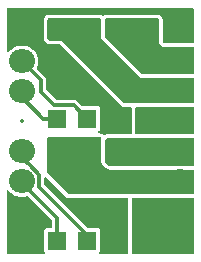
<source format=gbr>
%TF.GenerationSoftware,KiCad,Pcbnew,8.0.4*%
%TF.CreationDate,2024-09-19T15:03:18-03:00*%
%TF.ProjectId,PCBWay-Module_TA6586,50434257-6179-42d4-9d6f-64756c655f54,rev?*%
%TF.SameCoordinates,Original*%
%TF.FileFunction,Copper,L1,Top*%
%TF.FilePolarity,Positive*%
%FSLAX46Y46*%
G04 Gerber Fmt 4.6, Leading zero omitted, Abs format (unit mm)*
G04 Created by KiCad (PCBNEW 8.0.4) date 2024-09-19 15:03:18*
%MOMM*%
%LPD*%
G01*
G04 APERTURE LIST*
G04 Aperture macros list*
%AMRoundRect*
0 Rectangle with rounded corners*
0 $1 Rounding radius*
0 $2 $3 $4 $5 $6 $7 $8 $9 X,Y pos of 4 corners*
0 Add a 4 corners polygon primitive as box body*
4,1,4,$2,$3,$4,$5,$6,$7,$8,$9,$2,$3,0*
0 Add four circle primitives for the rounded corners*
1,1,$1+$1,$2,$3*
1,1,$1+$1,$4,$5*
1,1,$1+$1,$6,$7*
1,1,$1+$1,$8,$9*
0 Add four rect primitives between the rounded corners*
20,1,$1+$1,$2,$3,$4,$5,0*
20,1,$1+$1,$4,$5,$6,$7,0*
20,1,$1+$1,$6,$7,$8,$9,0*
20,1,$1+$1,$8,$9,$2,$3,0*%
G04 Aperture macros list end*
%TA.AperFunction,SMDPad,CuDef*%
%ADD10R,1.600000X1.600000*%
%TD*%
%TA.AperFunction,ComponentPad*%
%ADD11RoundRect,0.250000X0.850000X0.750000X-0.850000X0.750000X-0.850000X-0.750000X0.850000X-0.750000X0*%
%TD*%
%TA.AperFunction,ComponentPad*%
%ADD12O,2.200000X2.000000*%
%TD*%
%TA.AperFunction,ViaPad*%
%ADD13C,0.600000*%
%TD*%
%TA.AperFunction,Conductor*%
%ADD14C,0.304800*%
%TD*%
%ADD15C,0.300000*%
%ADD16C,0.350000*%
G04 APERTURE END LIST*
D10*
%TO.P,U1,1,IN1*%
%TO.N,/IN_A1*%
X142980000Y-87220000D03*
%TO.P,U1,2,IN2*%
%TO.N,/IN_A2*%
X145520000Y-87220000D03*
%TO.P,U1,3,GND*%
%TO.N,GND*%
X148060000Y-87220000D03*
%TO.P,U1,4,VM*%
%TO.N,/VM*%
X150600000Y-87220000D03*
%TO.P,U1,5,OUT1*%
%TO.N,/OUT_A1*%
X150600000Y-79600000D03*
%TO.P,U1,6,OUT1*%
X148060000Y-79600000D03*
%TO.P,U1,7,OUT2*%
%TO.N,/OUT_A2*%
X145520000Y-79600000D03*
%TO.P,U1,8,OUT2*%
X142980000Y-79600000D03*
%TD*%
%TO.P,U2,1,IN1*%
%TO.N,/IN_B1*%
X142980000Y-76900000D03*
%TO.P,U2,2,IN2*%
%TO.N,/IN_B2*%
X145520000Y-76900000D03*
%TO.P,U2,3,GND*%
%TO.N,GND*%
X148060000Y-76900000D03*
%TO.P,U2,4,VM*%
%TO.N,/VM*%
X150600000Y-76900000D03*
%TO.P,U2,5,OUT1*%
%TO.N,/OUT_B1*%
X150600000Y-69280000D03*
%TO.P,U2,6,OUT1*%
X148060000Y-69280000D03*
%TO.P,U2,7,OUT2*%
%TO.N,/OUT_B2*%
X145520000Y-69280000D03*
%TO.P,U2,8,OUT2*%
X142980000Y-69280000D03*
%TD*%
D11*
%TO.P,J1,1,Pin_1*%
%TO.N,GND*%
X140000000Y-69500000D03*
D12*
%TO.P,J1,2,Pin_2*%
%TO.N,/IN_B2*%
X140000000Y-72040000D03*
%TO.P,J1,3,Pin_3*%
%TO.N,/IN_B1*%
X140000000Y-74580000D03*
%TO.P,J1,5,Pin_5*%
%TO.N,/IN_A2*%
X140000000Y-79660000D03*
%TO.P,J1,6,Pin_6*%
%TO.N,/IN_A1*%
X140000000Y-82200000D03*
%TO.P,J1,7,Pin_7*%
%TO.N,GND*%
X140000000Y-84740000D03*
%TD*%
D11*
%TO.P,J2,1,Pin_1*%
%TO.N,GND*%
X153400000Y-69500000D03*
D12*
%TO.P,J2,2,Pin_2*%
%TO.N,/OUT_B1*%
X153400000Y-72040000D03*
%TO.P,J2,3,Pin_3*%
%TO.N,/OUT_B2*%
X153400000Y-74580000D03*
%TO.P,J2,4,Pin_4*%
%TO.N,/VM*%
X153400000Y-77120000D03*
%TO.P,J2,5,Pin_5*%
%TO.N,/OUT_A1*%
X153400000Y-79660000D03*
%TO.P,J2,6,Pin_6*%
%TO.N,/OUT_A2*%
X153400000Y-82200000D03*
%TO.P,J2,7,Pin_7*%
%TO.N,/VM*%
X153400000Y-84740000D03*
%TD*%
D13*
%TO.N,/OUT_B2*%
X145600000Y-70850000D03*
X142950000Y-69300000D03*
X144225000Y-69300000D03*
X149500000Y-74500000D03*
X146500000Y-71750000D03*
X150900000Y-74550000D03*
X145500000Y-69300000D03*
X147450000Y-72650000D03*
X148500000Y-73700000D03*
%TO.N,/OUT_B1*%
X148050000Y-69300000D03*
X150600000Y-69300000D03*
X150950000Y-71900000D03*
X149800000Y-70800000D03*
X149325000Y-69300000D03*
%TO.N,/OUT_A1*%
X148050000Y-79600000D03*
X149325000Y-79600000D03*
X150600000Y-79600000D03*
%TO.N,/OUT_A2*%
X151550000Y-82150000D03*
X145500000Y-79600000D03*
X147350000Y-82150000D03*
X149600000Y-82150000D03*
X144600000Y-82150000D03*
X142950000Y-79600000D03*
X142950000Y-81050000D03*
X145500000Y-81050000D03*
X144225000Y-79600000D03*
%TO.N,GND*%
X146100000Y-84250000D03*
X141350000Y-86650000D03*
X143150000Y-71600000D03*
X143950000Y-74450000D03*
X146050000Y-74450000D03*
X148060000Y-76900000D03*
X144950000Y-75250000D03*
X148050000Y-85550000D03*
X141950000Y-72500000D03*
X144050000Y-72500000D03*
X145000000Y-73400000D03*
X147050000Y-75250000D03*
X141350000Y-87650000D03*
X142900000Y-73400000D03*
X139350000Y-86650000D03*
X139350000Y-87650000D03*
X141650000Y-70900000D03*
X140350000Y-86650000D03*
X148060000Y-87220000D03*
X148050000Y-84250000D03*
X146100000Y-85550000D03*
X140350000Y-87650000D03*
%TO.N,/VM*%
X153750000Y-86600000D03*
X151800000Y-87900000D03*
X151850000Y-76900000D03*
X151800000Y-86600000D03*
X153750000Y-87900000D03*
X151800000Y-85550000D03*
X151800000Y-84250000D03*
X150600000Y-76900000D03*
X149850000Y-85550000D03*
X150600000Y-87220000D03*
X149850000Y-84250000D03*
%TD*%
D14*
%TO.N,/IN_B1*%
X141800000Y-76900000D02*
X142980000Y-76900000D01*
X140000000Y-75100000D02*
X141800000Y-76900000D01*
X140000000Y-74580000D02*
X140000000Y-75100000D01*
%TO.N,/IN_A2*%
X140647600Y-80847600D02*
X140660182Y-80847600D01*
X140660182Y-80847600D02*
X141452400Y-81639818D01*
X140000000Y-79660000D02*
X140000000Y-80200000D01*
X141452400Y-81639818D02*
X141452400Y-82652400D01*
X140000000Y-80200000D02*
X140647600Y-80847600D01*
X141452400Y-82652400D02*
X145520000Y-86720000D01*
%TO.N,/IN_A1*%
X140000000Y-82300000D02*
X142980000Y-85280000D01*
X142980000Y-85280000D02*
X142980000Y-87220000D01*
X140000000Y-82200000D02*
X140000000Y-82300000D01*
%TO.N,/IN_B2*%
X142747600Y-75747600D02*
X144367600Y-75747600D01*
X144367600Y-75747600D02*
X145520000Y-76900000D01*
X140000000Y-72040000D02*
X141600000Y-73640000D01*
X141600000Y-73640000D02*
X141600000Y-74600000D01*
X141600000Y-74600000D02*
X142747600Y-75747600D01*
%TD*%
%TA.AperFunction,Conductor*%
%TO.N,/VM*%
G36*
X154558691Y-83624407D02*
G01*
X154594655Y-83673907D01*
X154599500Y-83704500D01*
X154599500Y-88250500D01*
X154580593Y-88308691D01*
X154531093Y-88344655D01*
X154500500Y-88349500D01*
X149399000Y-88349500D01*
X149340809Y-88330593D01*
X149304845Y-88281093D01*
X149300000Y-88250500D01*
X149300000Y-83704500D01*
X149318907Y-83646309D01*
X149368407Y-83610345D01*
X149399000Y-83605500D01*
X154500500Y-83605500D01*
X154558691Y-83624407D01*
G37*
%TD.AperFunction*%
%TD*%
%TA.AperFunction,Conductor*%
%TO.N,/OUT_A1*%
G36*
X154558691Y-78518907D02*
G01*
X154594655Y-78568407D01*
X154599500Y-78599000D01*
X154599500Y-80801000D01*
X154580593Y-80859191D01*
X154531093Y-80895155D01*
X154500500Y-80900000D01*
X153612599Y-80900000D01*
X153604836Y-80899695D01*
X153602357Y-80899500D01*
X153602352Y-80899500D01*
X153197648Y-80899500D01*
X153197643Y-80899500D01*
X153195164Y-80899695D01*
X153187401Y-80900000D01*
X147441008Y-80900000D01*
X147382817Y-80881093D01*
X147371004Y-80871004D01*
X147028996Y-80528996D01*
X147001219Y-80474479D01*
X147000000Y-80458992D01*
X147000000Y-78741008D01*
X147018907Y-78682817D01*
X147028996Y-78671004D01*
X147171004Y-78528996D01*
X147225521Y-78501219D01*
X147241008Y-78500000D01*
X154500500Y-78500000D01*
X154558691Y-78518907D01*
G37*
%TD.AperFunction*%
%TD*%
%TA.AperFunction,Conductor*%
%TO.N,/OUT_B1*%
G36*
X151559191Y-68418907D02*
G01*
X151595155Y-68468407D01*
X151600000Y-68499000D01*
X151600000Y-70500000D01*
X151900000Y-70800000D01*
X152496809Y-70800000D01*
X152503933Y-70800426D01*
X152503940Y-70800323D01*
X152506895Y-70800499D01*
X152506898Y-70800500D01*
X152506901Y-70800500D01*
X154293099Y-70800500D01*
X154293102Y-70800500D01*
X154293104Y-70800499D01*
X154296060Y-70800323D01*
X154296066Y-70800426D01*
X154303191Y-70800000D01*
X154500500Y-70800000D01*
X154558691Y-70818907D01*
X154594655Y-70868407D01*
X154599500Y-70899000D01*
X154599500Y-73045500D01*
X154580593Y-73103691D01*
X154531093Y-73139655D01*
X154500500Y-73144500D01*
X150235508Y-73144500D01*
X150177317Y-73125593D01*
X150165504Y-73115504D01*
X147078996Y-70028996D01*
X147051219Y-69974479D01*
X147050000Y-69958992D01*
X147050000Y-68499000D01*
X147068907Y-68440809D01*
X147118407Y-68404845D01*
X147149000Y-68400000D01*
X151501000Y-68400000D01*
X151559191Y-68418907D01*
G37*
%TD.AperFunction*%
%TD*%
%TA.AperFunction,Conductor*%
%TO.N,/OUT_B2*%
G36*
X146659191Y-68418907D02*
G01*
X146695155Y-68468407D01*
X146700000Y-68499000D01*
X146700000Y-70100000D01*
X150050000Y-73450000D01*
X154500500Y-73450000D01*
X154558691Y-73468907D01*
X154594655Y-73518407D01*
X154599500Y-73549000D01*
X154599500Y-75501000D01*
X154580593Y-75559191D01*
X154531093Y-75595155D01*
X154500500Y-75600000D01*
X148741008Y-75600000D01*
X148682817Y-75581093D01*
X148671004Y-75571004D01*
X146550000Y-73450000D01*
X143400000Y-70300000D01*
X143399999Y-70300000D01*
X142391008Y-70300000D01*
X142332817Y-70281093D01*
X142321004Y-70271004D01*
X142178996Y-70128996D01*
X142151219Y-70074479D01*
X142150000Y-70058992D01*
X142150000Y-68499000D01*
X142168907Y-68440809D01*
X142218407Y-68404845D01*
X142249000Y-68400000D01*
X146601000Y-68400000D01*
X146659191Y-68418907D01*
G37*
%TD.AperFunction*%
%TD*%
%TA.AperFunction,Conductor*%
%TO.N,/VM*%
G36*
X154558691Y-75924407D02*
G01*
X154594655Y-75973907D01*
X154599500Y-76004500D01*
X154599500Y-78095500D01*
X154580593Y-78153691D01*
X154531093Y-78189655D01*
X154500500Y-78194500D01*
X149699000Y-78194500D01*
X149640809Y-78175593D01*
X149604845Y-78126093D01*
X149600000Y-78095500D01*
X149600000Y-76004500D01*
X149618907Y-75946309D01*
X149668407Y-75910345D01*
X149699000Y-75905500D01*
X154500500Y-75905500D01*
X154558691Y-75924407D01*
G37*
%TD.AperFunction*%
%TD*%
%TA.AperFunction,Conductor*%
%TO.N,/OUT_A2*%
G36*
X146695734Y-78468907D02*
G01*
X146731698Y-78518407D01*
X146731698Y-78579593D01*
X146728474Y-78588148D01*
X146728357Y-78588419D01*
X146709451Y-78646603D01*
X146694500Y-78741004D01*
X146694500Y-80458981D01*
X146695442Y-80482969D01*
X146696664Y-80498494D01*
X146697294Y-80505472D01*
X146729015Y-80613170D01*
X146756792Y-80667687D01*
X146782662Y-80703294D01*
X146812970Y-80745011D01*
X146812972Y-80745013D01*
X146812975Y-80745017D01*
X147154983Y-81087025D01*
X147172601Y-81103311D01*
X147184414Y-81113400D01*
X147189831Y-81117919D01*
X147189837Y-81117922D01*
X147189842Y-81117926D01*
X147288409Y-81171639D01*
X147288411Y-81171640D01*
X147346604Y-81190548D01*
X147346601Y-81190548D01*
X147441005Y-81205500D01*
X147441008Y-81205500D01*
X153187396Y-81205500D01*
X153187401Y-81205500D01*
X153199395Y-81205264D01*
X153204180Y-81205076D01*
X153208066Y-81205000D01*
X153591934Y-81205000D01*
X153595820Y-81205076D01*
X153600605Y-81205264D01*
X153612599Y-81205500D01*
X153612604Y-81205500D01*
X154500500Y-81205500D01*
X154558691Y-81224407D01*
X154594655Y-81273907D01*
X154599500Y-81304500D01*
X154599500Y-83201000D01*
X154580593Y-83259191D01*
X154531093Y-83295155D01*
X154500500Y-83300000D01*
X143991008Y-83300000D01*
X143932817Y-83281093D01*
X143921004Y-83271004D01*
X142178996Y-81528996D01*
X142151219Y-81474479D01*
X142150000Y-81458992D01*
X142150000Y-78549000D01*
X142168907Y-78490809D01*
X142218407Y-78454845D01*
X142249000Y-78450000D01*
X146637543Y-78450000D01*
X146695734Y-78468907D01*
G37*
%TD.AperFunction*%
%TD*%
%TA.AperFunction,Conductor*%
%TO.N,GND*%
G36*
X138879591Y-83008070D02*
G01*
X138879593Y-83008073D01*
X138908029Y-83047213D01*
X138908031Y-83047215D01*
X138908034Y-83047219D01*
X139052781Y-83191966D01*
X139052784Y-83191968D01*
X139052786Y-83191970D01*
X139218386Y-83312285D01*
X139218390Y-83312287D01*
X139400781Y-83405220D01*
X139595466Y-83468477D01*
X139595467Y-83468477D01*
X139595470Y-83468478D01*
X139797645Y-83500500D01*
X139797648Y-83500500D01*
X140202355Y-83500500D01*
X140404530Y-83468478D01*
X140404530Y-83468477D01*
X140404534Y-83468477D01*
X140440006Y-83456950D01*
X140501188Y-83456948D01*
X140540603Y-83481100D01*
X142498104Y-85438601D01*
X142525881Y-85493118D01*
X142527100Y-85508605D01*
X142527100Y-86020500D01*
X142508193Y-86078691D01*
X142458693Y-86114655D01*
X142428100Y-86119500D01*
X142135139Y-86119500D01*
X142135136Y-86119501D01*
X142110009Y-86122414D01*
X142007235Y-86167794D01*
X141927794Y-86247235D01*
X141882414Y-86350011D01*
X141879500Y-86375130D01*
X141879500Y-88064860D01*
X141879501Y-88064863D01*
X141882414Y-88089990D01*
X141905104Y-88141378D01*
X141927794Y-88192765D01*
X141927795Y-88192766D01*
X141929019Y-88194553D01*
X141929890Y-88197511D01*
X141931500Y-88201157D01*
X141931025Y-88201366D01*
X141946305Y-88253246D01*
X141925791Y-88310890D01*
X141875312Y-88345467D01*
X141847343Y-88349500D01*
X138799500Y-88349500D01*
X138741309Y-88330593D01*
X138705345Y-88281093D01*
X138700500Y-88250500D01*
X138700500Y-83066263D01*
X138719407Y-83008072D01*
X138768907Y-82972108D01*
X138830093Y-82972108D01*
X138879591Y-83008070D01*
G37*
%TD.AperFunction*%
%TA.AperFunction,Conductor*%
G36*
X142074301Y-81856343D02*
G01*
X143704983Y-83487025D01*
X143722601Y-83503311D01*
X143734414Y-83513400D01*
X143739831Y-83517919D01*
X143739837Y-83517922D01*
X143739842Y-83517926D01*
X143838409Y-83571639D01*
X143838411Y-83571640D01*
X143896604Y-83590548D01*
X143896601Y-83590548D01*
X143991005Y-83605500D01*
X143991008Y-83605500D01*
X148895500Y-83605500D01*
X148953691Y-83624407D01*
X148989655Y-83673907D01*
X148994500Y-83704500D01*
X148994500Y-88250500D01*
X148975593Y-88308691D01*
X148926093Y-88344655D01*
X148895500Y-88349500D01*
X146652657Y-88349500D01*
X146594466Y-88330593D01*
X146558502Y-88281093D01*
X146558502Y-88219907D01*
X146570981Y-88194553D01*
X146572201Y-88192769D01*
X146572206Y-88192765D01*
X146617585Y-88089991D01*
X146620500Y-88064865D01*
X146620499Y-86375136D01*
X146617585Y-86350009D01*
X146572206Y-86247235D01*
X146492765Y-86167794D01*
X146389991Y-86122415D01*
X146389990Y-86122414D01*
X146389988Y-86122414D01*
X146364869Y-86119500D01*
X146364865Y-86119500D01*
X145601005Y-86119500D01*
X145542814Y-86100593D01*
X145531001Y-86090504D01*
X141934296Y-82493799D01*
X141906519Y-82439282D01*
X141905300Y-82423795D01*
X141905300Y-81926349D01*
X141924207Y-81868158D01*
X141973707Y-81832194D01*
X142034893Y-81832194D01*
X142074301Y-81856343D01*
G37*
%TD.AperFunction*%
%TA.AperFunction,Conductor*%
G36*
X154558691Y-67569407D02*
G01*
X154594655Y-67618907D01*
X154599500Y-67649500D01*
X154599500Y-70395500D01*
X154580593Y-70453691D01*
X154531093Y-70489655D01*
X154500500Y-70494500D01*
X154303191Y-70494500D01*
X154288127Y-70494950D01*
X154287935Y-70494956D01*
X154284978Y-70495000D01*
X152515023Y-70495000D01*
X152512067Y-70494956D01*
X152496809Y-70494500D01*
X152496804Y-70494500D01*
X152067550Y-70494500D01*
X152009359Y-70475593D01*
X151997546Y-70465504D01*
X151934496Y-70402454D01*
X151906719Y-70347937D01*
X151905500Y-70332450D01*
X151905500Y-68499006D01*
X151905500Y-68499000D01*
X151901739Y-68451214D01*
X151896894Y-68420621D01*
X151890487Y-68390246D01*
X151842309Y-68288838D01*
X151842304Y-68288831D01*
X151806348Y-68239342D01*
X151806347Y-68239341D01*
X151806345Y-68239338D01*
X151752177Y-68182081D01*
X151752176Y-68182080D01*
X151752175Y-68182079D01*
X151653598Y-68128360D01*
X151653596Y-68128359D01*
X151595403Y-68109451D01*
X151595406Y-68109451D01*
X151501003Y-68094500D01*
X151501000Y-68094500D01*
X147149000Y-68094500D01*
X147101214Y-68098261D01*
X147084800Y-68100860D01*
X147070619Y-68103106D01*
X147070614Y-68103106D01*
X147040247Y-68109512D01*
X147040242Y-68109514D01*
X146938841Y-68157689D01*
X146938829Y-68157696D01*
X146933130Y-68161837D01*
X146874939Y-68180742D01*
X146827571Y-68168672D01*
X146797013Y-68152020D01*
X146753595Y-68128359D01*
X146695403Y-68109451D01*
X146695406Y-68109451D01*
X146601003Y-68094500D01*
X146601000Y-68094500D01*
X142249000Y-68094500D01*
X142201214Y-68098261D01*
X142184800Y-68100860D01*
X142170619Y-68103106D01*
X142170614Y-68103106D01*
X142140247Y-68109512D01*
X142140242Y-68109514D01*
X142038841Y-68157689D01*
X142038831Y-68157695D01*
X141989342Y-68193651D01*
X141932079Y-68247824D01*
X141878360Y-68346401D01*
X141878359Y-68346403D01*
X141859451Y-68404595D01*
X141844500Y-68498996D01*
X141844500Y-70058981D01*
X141845442Y-70082969D01*
X141846664Y-70098494D01*
X141847294Y-70105472D01*
X141879015Y-70213170D01*
X141906792Y-70267687D01*
X141932662Y-70303294D01*
X141962970Y-70345011D01*
X141962972Y-70345013D01*
X141962975Y-70345017D01*
X142104983Y-70487025D01*
X142122601Y-70503311D01*
X142134414Y-70513400D01*
X142139831Y-70517919D01*
X142139837Y-70517922D01*
X142139842Y-70517926D01*
X142238409Y-70571639D01*
X142238411Y-70571640D01*
X142296604Y-70590548D01*
X142296601Y-70590548D01*
X142391005Y-70605500D01*
X142391008Y-70605500D01*
X143232450Y-70605500D01*
X143290641Y-70624407D01*
X143302454Y-70634496D01*
X148454983Y-75787025D01*
X148472601Y-75803311D01*
X148484414Y-75813400D01*
X148489831Y-75817919D01*
X148489837Y-75817922D01*
X148489842Y-75817926D01*
X148588409Y-75871639D01*
X148588411Y-75871640D01*
X148646604Y-75890548D01*
X148646601Y-75890548D01*
X148741005Y-75905500D01*
X148741008Y-75905500D01*
X149195500Y-75905500D01*
X149253691Y-75924407D01*
X149289655Y-75973907D01*
X149294500Y-76004500D01*
X149294500Y-78095500D01*
X149275593Y-78153691D01*
X149226093Y-78189655D01*
X149195500Y-78194500D01*
X147241008Y-78194500D01*
X147226025Y-78195088D01*
X147217030Y-78195442D01*
X147201505Y-78196664D01*
X147194527Y-78197294D01*
X147086829Y-78229015D01*
X147032310Y-78256793D01*
X147031405Y-78257451D01*
X147031047Y-78257567D01*
X147028991Y-78258827D01*
X147028688Y-78258333D01*
X146973211Y-78276350D01*
X146915023Y-78257435D01*
X146901309Y-78245387D01*
X146888721Y-78232082D01*
X146888718Y-78232079D01*
X146790141Y-78178360D01*
X146790139Y-78178359D01*
X146731946Y-78159451D01*
X146731949Y-78159451D01*
X146637546Y-78144500D01*
X146637543Y-78144500D01*
X146526571Y-78144500D01*
X146468380Y-78125593D01*
X146432416Y-78076093D01*
X146432416Y-78014907D01*
X146468380Y-77965407D01*
X146486578Y-77954937D01*
X146492765Y-77952206D01*
X146572206Y-77872765D01*
X146617585Y-77769991D01*
X146620500Y-77744865D01*
X146620499Y-76055136D01*
X146617585Y-76030009D01*
X146572206Y-75927235D01*
X146492765Y-75847794D01*
X146389991Y-75802415D01*
X146389990Y-75802414D01*
X146389988Y-75802414D01*
X146364869Y-75799500D01*
X146364865Y-75799500D01*
X145101005Y-75799500D01*
X145042814Y-75780593D01*
X145031002Y-75770504D01*
X144645687Y-75385190D01*
X144645682Y-75385186D01*
X144542416Y-75325565D01*
X144542418Y-75325565D01*
X144497724Y-75313589D01*
X144427225Y-75294700D01*
X144427223Y-75294700D01*
X142976206Y-75294700D01*
X142918015Y-75275793D01*
X142906202Y-75265704D01*
X142081896Y-74441398D01*
X142054119Y-74386881D01*
X142052900Y-74371394D01*
X142052900Y-73580376D01*
X142052900Y-73580375D01*
X142022036Y-73465187D01*
X142022034Y-73465184D01*
X142022034Y-73465182D01*
X141962413Y-73361917D01*
X141962409Y-73361912D01*
X141878087Y-73277589D01*
X141878087Y-73277590D01*
X141300215Y-72699718D01*
X141272438Y-72645201D01*
X141282008Y-72584773D01*
X141305220Y-72539219D01*
X141368477Y-72344534D01*
X141400500Y-72142352D01*
X141400500Y-71937648D01*
X141400500Y-71937644D01*
X141368478Y-71735470D01*
X141368477Y-71735466D01*
X141305220Y-71540781D01*
X141212287Y-71358390D01*
X141212285Y-71358386D01*
X141091970Y-71192786D01*
X141091967Y-71192783D01*
X141091966Y-71192781D01*
X140947219Y-71048034D01*
X140947215Y-71048031D01*
X140947213Y-71048029D01*
X140781613Y-70927714D01*
X140781609Y-70927712D01*
X140599219Y-70834780D01*
X140404529Y-70771521D01*
X140202355Y-70739500D01*
X140202352Y-70739500D01*
X139797648Y-70739500D01*
X139797645Y-70739500D01*
X139595470Y-70771521D01*
X139400780Y-70834780D01*
X139218390Y-70927712D01*
X139218386Y-70927714D01*
X139052786Y-71048029D01*
X138908032Y-71192783D01*
X138879593Y-71231927D01*
X138830093Y-71267891D01*
X138768907Y-71267891D01*
X138719407Y-71231927D01*
X138700500Y-71173736D01*
X138700500Y-67649500D01*
X138719407Y-67591309D01*
X138768907Y-67555345D01*
X138799500Y-67550500D01*
X154500500Y-67550500D01*
X154558691Y-67569407D01*
G37*
%TD.AperFunction*%
%TD*%
D15*
X145600000Y-70850000D03*
X142950000Y-69300000D03*
X144225000Y-69300000D03*
X149500000Y-74500000D03*
X146500000Y-71750000D03*
X150900000Y-74550000D03*
X145500000Y-69300000D03*
X147450000Y-72650000D03*
X148500000Y-73700000D03*
X148050000Y-69300000D03*
X150600000Y-69300000D03*
X150950000Y-71900000D03*
X149800000Y-70800000D03*
X149325000Y-69300000D03*
X148050000Y-79600000D03*
X149325000Y-79600000D03*
X150600000Y-79600000D03*
X151550000Y-82150000D03*
X145500000Y-79600000D03*
X147350000Y-82150000D03*
X149600000Y-82150000D03*
X144600000Y-82150000D03*
X142950000Y-79600000D03*
X142950000Y-81050000D03*
X145500000Y-81050000D03*
X144225000Y-79600000D03*
X146100000Y-84250000D03*
X141350000Y-86650000D03*
X143150000Y-71600000D03*
X143950000Y-74450000D03*
X146050000Y-74450000D03*
X148060000Y-76900000D03*
X144950000Y-75250000D03*
X148050000Y-85550000D03*
X141950000Y-72500000D03*
X144050000Y-72500000D03*
X145000000Y-73400000D03*
X147050000Y-75250000D03*
X141350000Y-87650000D03*
X142900000Y-73400000D03*
X139350000Y-86650000D03*
X139350000Y-87650000D03*
X141650000Y-70900000D03*
X140350000Y-86650000D03*
X148060000Y-87220000D03*
X148050000Y-84250000D03*
X146100000Y-85550000D03*
X140350000Y-87650000D03*
X153750000Y-86600000D03*
X151800000Y-87900000D03*
X151850000Y-76900000D03*
X151800000Y-86600000D03*
X153750000Y-87900000D03*
X151800000Y-85550000D03*
X151800000Y-84250000D03*
X150600000Y-76900000D03*
X149850000Y-85550000D03*
X150600000Y-87220000D03*
X149850000Y-84250000D03*
D16*
X140000000Y-69500000D03*
X140000000Y-72040000D03*
X140000000Y-74580000D03*
X140000000Y-77120000D03*
X140000000Y-79660000D03*
X140000000Y-82200000D03*
X140000000Y-84740000D03*
X153400000Y-69500000D03*
X153400000Y-72040000D03*
X153400000Y-74580000D03*
X153400000Y-77120000D03*
X153400000Y-79660000D03*
X153400000Y-82200000D03*
X153400000Y-84740000D03*
M02*

</source>
